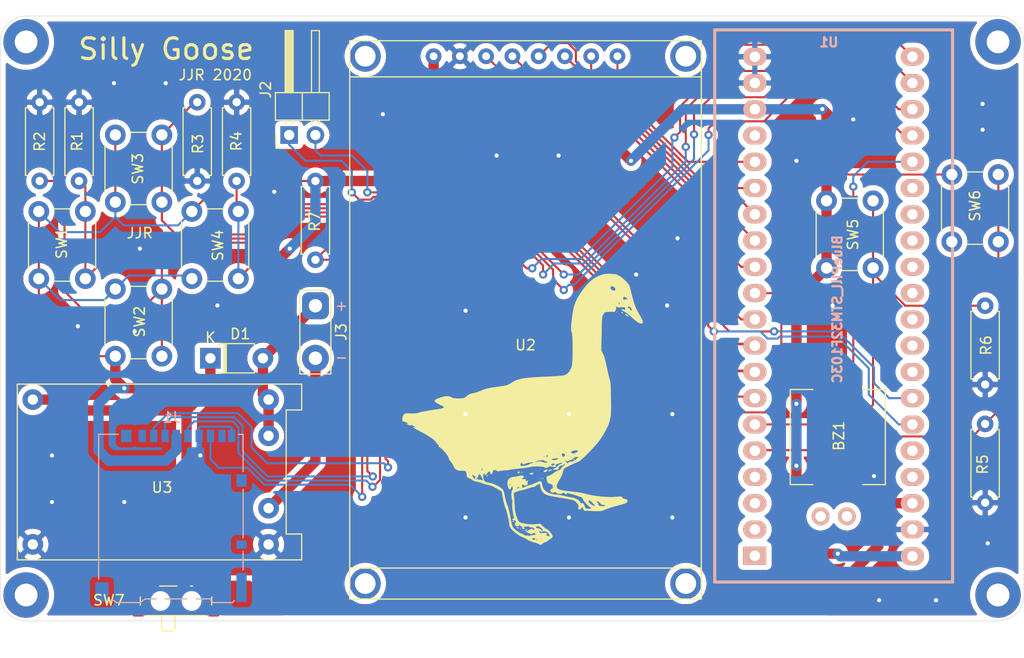
<source format=kicad_pcb>
(kicad_pcb (version 20171130) (host pcbnew "(5.1.6)-1")
  (layers (0 F.Cu signal) (31 B.Cu signal) (34 B.Paste user) (35 F.Paste user) (36 B.SilkS user) (37 F.SilkS user) (38 B.Mask user) (39 F.Mask user) (44 Edge.Cuts user))
  (net 0 "")
  (net 1 GND)
  (net 2 /sw_right)
  (net 3 /sw_up)
  (net 4 +3V3)
  (net 5 "Net-(U1-Pad42)")
  (net 6 "Net-(U1-Pad41)")
  (net 7 "Net-(U1-Pad37)")
  (net 8 "Net-(U1-Pad36)")
  (net 9 "Net-(U1-Pad33)")
  (net 10 "Net-(U1-Pad32)")
  (net 11 "Net-(U1-Pad31)")
  (net 12 "Net-(U1-Pad30)")
  (net 13 "Net-(U1-Pad29)")
  (net 14 "Net-(U1-Pad28)")
  (net 15 "Net-(U1-Pad27)")
  (net 16 "Net-(U1-Pad26)")
  (net 17 "Net-(U1-Pad17)")
  (net 18 "Net-(U1-Pad4)")
  (net 19 "Net-(U1-Pad3)")
  (net 20 "Net-(U1-Pad2)")
  (net 21 "Net-(U1-Pad1)")
  (net 22 /sw_left)
  (net 23 /sw_down)
  (net 24 /tft_cs)
  (net 25 /tft_reset)
  (net 26 /tft_a0)
  (net 27 /tft_sda)
  (net 28 /tft_sck)
  (net 29 /sw_b)
  (net 30 /sw_a)
  (net 31 "Net-(BZ1-Pad1)")
  (net 32 "Net-(D1-Pad2)")
  (net 33 +BATT)
  (net 34 /SD_MISO)
  (net 35 /SD_CLK)
  (net 36 /SD_MOSI)
  (net 37 "Net-(J1-Pad1)")
  (net 38 "Net-(J1-Pad8)")
  (net 39 "Net-(J2-Pad2)")
  (net 40 "Net-(J2-Pad1)")
  (net 41 "Net-(J3-Pad2)")
  (net 42 /tft_led)
  (net 43 /SD_CS)
  (net 44 "Net-(SW7-Pad1)")
  (net 45 "Net-(D1-Pad1)")
  (module tetris:goose (layer F.Cu) (at 91.84 85.68)
    (fp_text reference G*** hide)
    (fp_text value LOGO hide)
  )
  (module Button_Switch_SMD:SW_SPDT_PCM12 (layer F.Cu) (at 57.64 104.43)
    (fp_text reference SW7 (at -6.5 0.25) (layer F.SilkS))
    (fp_text value SW_SPDT)
    (pad "" smd rect (at -3.65 -0.78) (size 1 0.8) (layers F.Cu F.Paste F.Mask))
    (pad "" smd rect (at 3.65 -0.78) (size 1 0.8) (layers F.Cu F.Paste F.Mask))
    (pad "" smd rect (at 3.65 1.43) (size 1 0.8) (layers F.Cu F.Paste F.Mask))
    (pad "" smd rect (at -3.65 1.43) (size 1 0.8) (layers F.Cu F.Paste F.Mask))
    (pad 3 smd rect (at 2.25 -1.43) (size 0.7 1.5) (layers F.Cu F.Paste F.Mask) (net 33 +BATT))
    (pad 2 smd rect (at 0.75 -1.43) (size 0.7 1.5) (layers F.Cu F.Paste F.Mask) (net 45 "Net-(D1-Pad1)"))
    (pad 1 smd rect (at -2.25 -1.43) (size 0.7 1.5) (layers F.Cu F.Paste F.Mask) (net 44 "Net-(SW7-Pad1)"))
    (pad "" np_thru_hole circle (at 1.5 0.33) (size 0.9 0.9) (drill 0.9) (layers *.Cu *.Mask))
    (pad "" np_thru_hole circle (at -1.5 0.33) (size 0.9 0.9) (drill 0.9) (layers *.Cu *.Mask))
  )
  (module tetris:st7735s (layer F.Cu) (at 91.44 52.07 180)
    (fp_text reference U2 (at 0 -27.94) (layer F.SilkS))
    (fp_text value ST7735S)
    (pad MOUNT thru_hole circle (at 15.5 -51) (size 3 3) (drill 2) (layers *.Cu *.Mask))
    (pad MOUNT thru_hole circle (at -15.5 -51 180) (size 3 3) (drill 2) (layers *.Cu *.Mask))
    (pad MOUNT thru_hole circle (at 15.5 0) (size 3 3) (drill 2) (layers *.Cu *.Mask))
    (pad MOUNT thru_hole circle (at -15.5 0 180) (size 3 3) (drill 2) (layers *.Cu *.Mask))
    (pad 1 thru_hole circle (at 8.89 0 180) (size 1.524 1.524) (drill 0.762) (layers *.Cu *.Mask) (net 4 +3V3))
    (pad 2 thru_hole circle (at 6.35 0 180) (size 1.524 1.524) (drill 0.762) (layers *.Cu *.Mask) (net 1 GND))
    (pad 3 thru_hole circle (at 3.81 0 180) (size 1.524 1.524) (drill 0.762) (layers *.Cu *.Mask) (net 28 /tft_sck))
    (pad 4 thru_hole circle (at 1.27 0 180) (size 1.524 1.524) (drill 0.762) (layers *.Cu *.Mask) (net 27 /tft_sda))
    (pad 5 thru_hole circle (at -1.27 0 180) (size 1.524 1.524) (drill 0.762) (layers *.Cu *.Mask) (net 25 /tft_reset))
    (pad 6 thru_hole circle (at -3.81 0 180) (size 1.524 1.524) (drill 0.762) (layers *.Cu *.Mask) (net 26 /tft_a0))
    (pad 7 thru_hole circle (at -6.35 0 180) (size 1.524 1.524) (drill 0.762) (layers *.Cu *.Mask) (net 24 /tft_cs))
    (pad 8 thru_hole circle (at -8.89 0 180) (size 1.524 1.524) (drill 0.762) (layers *.Cu *.Mask) (net 42 /tft_led))
  )
  (module MountingHole:MountingHole_2.2mm_M2_Pad (layer F.Cu) (at 43.14 50.68)
    (fp_text reference " " (at 0 -3.2) (layer F.SilkS))
    (fp_text value MountingHole_2.2mm_M2_Pad)
    (pad 1 thru_hole circle (at 0 0) (size 4.4 4.4) (drill 2.2) (layers *.Cu *.Mask))
  )
  (module MountingHole:MountingHole_2.2mm_M2_Pad (layer F.Cu) (at 137.14 50.68)
    (fp_text reference " " (at -0.94774 3.90714) (layer F.SilkS))
    (fp_text value MountingHole_2.2mm_M2_Pad)
    (pad 1 thru_hole circle (at 0 0) (size 4.4 4.4) (drill 2.2) (layers *.Cu *.Mask))
  )
  (module MountingHole:MountingHole_2.2mm_M2_Pad (layer F.Cu) (at 137.14 104.18)
    (fp_text reference " " (at 0 -3.2) (layer F.SilkS))
    (fp_text value MountingHole_2.2mm_M2_Pad)
    (pad 1 thru_hole circle (at 0 0) (size 4.4 4.4) (drill 2.2) (layers *.Cu *.Mask))
  )
  (module MountingHole:MountingHole_2.2mm_M2_Pad (layer F.Cu) (at 43.14 104.18)
    (fp_text reference " " (at 0 -3.2) (layer F.SilkS))
    (fp_text value MountingHole_2.2mm_M2_Pad)
    (pad 1 thru_hole circle (at 0 0) (size 4.4 4.4) (drill 2.2) (layers *.Cu *.Mask))
  )
  (module tetris:charger_module (layer F.Cu) (at 43.79 99.28)
    (fp_text reference U3 (at 12.5 -5.5) (layer F.SilkS))
    (fp_text value charger_module)
    (pad 4 thru_hole circle (at 22.8 -10.5) (size 2 2) (drill 1) (layers *.Cu *.Mask) (net 32 "Net-(D1-Pad2)"))
    (pad 3 thru_hole circle (at 22.8 -14) (size 2 2) (drill 1) (layers *.Cu *.Mask) (net 32 "Net-(D1-Pad2)"))
    (pad 5 thru_hole circle (at 22.8 -3.5) (size 2 2) (drill 1) (layers *.Cu *.Mask) (net 41 "Net-(J3-Pad2)"))
    (pad 6 thru_hole circle (at 22.8 0) (size 2 2) (drill 1) (layers *.Cu *.Mask) (net 1 GND))
    (pad 1 thru_hole circle (at 0 -14) (size 2 2) (drill 1) (layers *.Cu *.Mask) (net 45 "Net-(D1-Pad1)"))
    (pad 2 thru_hole circle (at 0 0) (size 2 2) (drill 1) (layers *.Cu *.Mask) (net 1 GND))
  )
  (module Resistor_THT:R_Axial_DIN0207_L6.3mm_D2.5mm_P7.62mm_Horizontal (layer F.Cu) (at 71.12 71.755 90)
    (fp_text reference R7 (at 3.70078 -0.07366 90) (layer F.SilkS))
    (fp_text value 10k)
    (pad 2 thru_hole oval (at 7.62 0 90) (size 1.6 1.6) (drill 0.8) (layers *.Cu *.Mask) (net 4 +3V3))
    (pad 1 thru_hole circle (at 0 0 90) (size 1.6 1.6) (drill 0.8) (layers *.Cu *.Mask) (net 34 /SD_MISO))
  )
  (module TestPoint:TestPoint_2Pads_Pitch5.08mm_Drill1.3mm (layer F.Cu) (at 71.12 76.2 270)
    (fp_text reference J3 (at 2.54 -2.5 90) (layer F.SilkS))
    (fp_text value Conn_01x02_Male)
    (pad 2 thru_hole circle (at 5.08 0 270) (size 2.6 2.6) (drill 1.3) (layers *.Cu *.Mask) (net 41 "Net-(J3-Pad2)"))
    (pad 1 thru_hole roundrect (at 0 0 270) (size 2.6 2.6) (drill 1.3) (layers *.Cu *.Mask) (net 32 "Net-(D1-Pad2)"))
  )
  (module Connector_PinHeader_2.54mm:PinHeader_1x02_P2.54mm_Horizontal (layer F.Cu) (at 68.58 59.69 90)
    (fp_text reference J2 (at 4.385 -2.27 90) (layer F.SilkS))
    (fp_text value Conn_01x02_Male)
    (pad 2 thru_hole oval (at 0 2.54 90) (size 1.7 1.7) (drill 1) (layers *.Cu *.Mask) (net 39 "Net-(J2-Pad2)"))
    (pad 1 thru_hole rect (at 0 0 90) (size 1.7 1.7) (drill 1) (layers *.Cu *.Mask) (net 40 "Net-(J2-Pad1)"))
  )
  (module Connector_Card:microSD_HC_Hirose_DM3AT-SF-PEJM5 (layer B.Cu) (at 57.15 96.52 180)
    (fp_text reference J1 (at -0.075 9.525) (layer B.SilkS) (effects (justify mirror)))
    (fp_text value Micro_SD_Card)
    (pad 11 smd rect (at 6.675 -7.375 180) (size 1.3 1.9) (layers B.Cu B.Paste B.Mask))
    (pad 11 smd rect (at -6.825 -6.925 180) (size 1 2.8) (layers B.Cu B.Paste B.Mask))
    (pad 10 smd rect (at -6.825 -2.775 180) (size 1 0.8) (layers B.Cu B.Paste B.Mask))
    (pad 11 smd rect (at -6.825 3.425 180) (size 1 1.2) (layers B.Cu B.Paste B.Mask))
    (pad 11 smd rect (at 4.325 7.725 180) (size 1 1.2) (layers B.Cu B.Paste B.Mask))
    (pad 7 smd rect (at -3.825 7.725 180) (size 0.7 1.2) (layers B.Cu B.Paste B.Mask) (net 34 /SD_MISO))
    (pad 6 smd rect (at -2.725 7.725 180) (size 0.7 1.2) (layers B.Cu B.Paste B.Mask) (net 1 GND))
    (pad 5 smd rect (at -1.625 7.725 180) (size 0.7 1.2) (layers B.Cu B.Paste B.Mask) (net 35 /SD_CLK))
    (pad 4 smd rect (at -0.525 7.725 180) (size 0.7 1.2) (layers B.Cu B.Paste B.Mask) (net 4 +3V3))
    (pad 3 smd rect (at 0.575 7.725 180) (size 0.7 1.2) (layers B.Cu B.Paste B.Mask) (net 36 /SD_MOSI))
    (pad 2 smd rect (at 1.675 7.725 180) (size 0.7 1.2) (layers B.Cu B.Paste B.Mask) (net 43 /SD_CS))
    (pad 1 smd rect (at 2.775 7.725 180) (size 0.7 1.2) (layers B.Cu B.Paste B.Mask) (net 37 "Net-(J1-Pad1)"))
    (pad 8 smd rect (at -4.925 7.725 180) (size 0.7 1.2) (layers B.Cu B.Paste B.Mask) (net 38 "Net-(J1-Pad8)"))
    (pad 9 smd rect (at -5.875 7.725 180) (size 0.7 1.2) (layers B.Cu B.Paste B.Mask) (net 1 GND))
  )
  (module Diode_THT:D_T-1_P5.08mm_Horizontal (layer F.Cu) (at 60.96 81.28)
    (fp_text reference D1 (at 2.88544 -2.35204) (layer F.SilkS))
    (fp_text value D_Schottky_Small)
    (fp_text user K (at 0 -2) (layer F.SilkS))
    (pad 2 thru_hole oval (at 5.08 0) (size 2 2) (drill 1) (layers *.Cu *.Mask) (net 32 "Net-(D1-Pad2)"))
    (pad 1 thru_hole rect (at 0 0) (size 2 2) (drill 1) (layers *.Cu *.Mask) (net 45 "Net-(D1-Pad1)"))
  )
  (module Buzzer_Beeper:Buzzer_CUI_CPT-9019S-SMT (layer F.Cu) (at 121.64 88.9 270)
    (fp_text reference BZ1 (at -0.11684 -0.10728 90) (layer F.SilkS))
    (fp_text value Buzzer)
    (pad 2 smd rect (at 4 0 270) (size 2 4.2) (layers F.Cu F.Paste F.Mask) (net 1 GND))
    (pad 1 smd rect (at -4 0 270) (size 2 4.2) (layers F.Cu F.Paste F.Mask) (net 31 "Net-(BZ1-Pad1)"))
  )
  (module bluepill:BluePill_STM32F103C (layer B.Cu) (at 113.62 100.33)
    (fp_text reference U1 (at 7.1628 -49.6062 180) (layer B.SilkS) (effects (font (size 0.889 0.889) (thickness 0.3048)) (justify mirror)))
    (fp_text value BluePill_STM32F103C (at 7.9756 -23.7998 -90) (layer B.SilkS) (effects (font (size 0.889 0.889) (thickness 0.22225)) (justify mirror)))
    (pad 42 thru_hole oval (at 6.36 -3.7592 270) (size 1.7272 1.7272) (drill 1.016) (layers *.Cu *.Mask B.SilkS) (net 5 "Net-(U1-Pad42)"))
    (pad 41 thru_hole oval (at 8.9 -3.7592 270) (size 1.7272 1.7272) (drill 1.016) (layers *.Cu *.Mask B.SilkS) (net 6 "Net-(U1-Pad41)"))
    (pad 40 thru_hole oval (at 15.24 0.1016 270) (size 1.7272 2.25) (drill 1.016) (layers *.Cu *.Mask B.SilkS) (net 4 +3V3))
    (pad 39 thru_hole oval (at 15.24 -2.4892 270) (size 1.7272 2.25) (drill 1.016) (layers *.Cu *.Mask B.SilkS) (net 1 GND))
    (pad 38 thru_hole oval (at 15.24 -5.0292 270) (size 1.7272 2.25) (drill 1.016) (layers *.Cu *.Mask B.SilkS) (net 33 +BATT))
    (pad 37 thru_hole oval (at 15.24 -7.5692 270) (size 1.7272 2.25) (drill 1.016) (layers *.Cu *.Mask B.SilkS) (net 7 "Net-(U1-Pad37)"))
    (pad 36 thru_hole oval (at 15.24 -10.1092 270) (size 1.7272 2.25) (drill 1.016) (layers *.Cu *.Mask B.SilkS) (net 8 "Net-(U1-Pad36)"))
    (pad 35 thru_hole oval (at 15.24 -12.6492 270) (size 1.7272 2.25) (drill 1.016) (layers *.Cu *.Mask B.SilkS) (net 40 "Net-(J2-Pad1)"))
    (pad 34 thru_hole oval (at 15.24 -15.1892 270) (size 1.7272 2.25) (drill 1.016) (layers *.Cu *.Mask B.SilkS) (net 39 "Net-(J2-Pad2)"))
    (pad 33 thru_hole oval (at 15.24 -17.7292 270) (size 1.7272 2.25) (drill 1.016) (layers *.Cu *.Mask B.SilkS) (net 9 "Net-(U1-Pad33)"))
    (pad 32 thru_hole oval (at 15.24 -20.2692 270) (size 1.7272 2.25) (drill 1.016) (layers *.Cu *.Mask B.SilkS) (net 10 "Net-(U1-Pad32)"))
    (pad 31 thru_hole oval (at 15.24 -22.8092 270) (size 1.7272 2.25) (drill 1.016) (layers *.Cu *.Mask B.SilkS) (net 11 "Net-(U1-Pad31)"))
    (pad 30 thru_hole oval (at 15.24 -25.3492 270) (size 1.7272 2.25) (drill 1.016) (layers *.Cu *.Mask B.SilkS) (net 12 "Net-(U1-Pad30)"))
    (pad 29 thru_hole oval (at 15.24 -27.8892 270) (size 1.7272 2.25) (drill 1.016) (layers *.Cu *.Mask B.SilkS) (net 13 "Net-(U1-Pad29)"))
    (pad 28 thru_hole oval (at 15.24 -30.4292 270) (size 1.7272 2.25) (drill 1.016) (layers *.Cu *.Mask B.SilkS) (net 14 "Net-(U1-Pad28)"))
    (pad 27 thru_hole oval (at 15.24 -32.9692 270) (size 1.7272 2.25) (drill 1.016) (layers *.Cu *.Mask B.SilkS) (net 15 "Net-(U1-Pad27)"))
    (pad 26 thru_hole oval (at 15.24 -35.5092 270) (size 1.7272 2.25) (drill 1.016) (layers *.Cu *.Mask B.SilkS) (net 16 "Net-(U1-Pad26)"))
    (pad 25 thru_hole oval (at 15.24 -38.0492 270) (size 1.7272 2.25) (drill 1.016) (layers *.Cu *.Mask B.SilkS) (net 31 "Net-(BZ1-Pad1)"))
    (pad 24 thru_hole oval (at 15.24 -40.5892 270) (size 1.7272 2.25) (drill 1.016) (layers *.Cu *.Mask B.SilkS) (net 36 /SD_MOSI))
    (pad 23 thru_hole oval (at 15.24 -43.1292 270) (size 1.7272 2.25) (drill 1.016) (layers *.Cu *.Mask B.SilkS) (net 34 /SD_MISO))
    (pad 22 thru_hole oval (at 15.24 -45.6692 270) (size 1.7272 2.25) (drill 1.016) (layers *.Cu *.Mask B.SilkS) (net 35 /SD_CLK))
    (pad 21 thru_hole oval (at 15.24 -48.2092 270) (size 1.7272 2.25) (drill 1.016) (layers *.Cu *.Mask B.SilkS) (net 43 /SD_CS))
    (pad 20 thru_hole oval (at 0 -48.2092 90) (size 1.7272 2.25) (drill 1.016) (layers *.Cu *.Mask B.SilkS) (net 1 GND))
    (pad 19 thru_hole oval (at 0 -45.6692 90) (size 1.7272 2.25) (drill 1.016) (layers *.Cu *.Mask B.SilkS) (net 1 GND))
    (pad 18 thru_hole oval (at 0 -43.1292 90) (size 1.7272 2.25) (drill 1.016) (layers *.Cu *.Mask B.SilkS) (net 4 +3V3))
    (pad 17 thru_hole oval (at 0 -40.5892 90) (size 1.7272 2.25) (drill 1.016) (layers *.Cu *.Mask B.SilkS) (net 17 "Net-(U1-Pad17)"))
    (pad 16 thru_hole oval (at 0 -38.0492 90) (size 1.7272 2.25) (drill 1.016) (layers *.Cu *.Mask B.SilkS) (net 42 /tft_led))
    (pad 15 thru_hole oval (at 0 -35.5092 90) (size 1.7272 2.25) (drill 1.016) (layers *.Cu *.Mask B.SilkS) (net 24 /tft_cs))
    (pad 14 thru_hole oval (at 0 -32.9692 90) (size 1.7272 2.25) (drill 1.016) (layers *.Cu *.Mask B.SilkS) (net 25 /tft_reset))
    (pad 13 thru_hole oval (at 0 -30.4292 90) (size 1.7272 2.25) (drill 1.016) (layers *.Cu *.Mask B.SilkS) (net 26 /tft_a0))
    (pad 12 thru_hole oval (at 0 -27.8892 90) (size 1.7272 2.25) (drill 1.016) (layers *.Cu *.Mask B.SilkS) (net 27 /tft_sda))
    (pad 11 thru_hole oval (at 0 -25.3492 90) (size 1.7272 2.25) (drill 1.016) (layers *.Cu *.Mask B.SilkS) (net 2 /sw_right))
    (pad 10 thru_hole oval (at 0 -22.8092 90) (size 1.7272 2.25) (drill 1.016) (layers *.Cu *.Mask B.SilkS) (net 28 /tft_sck))
    (pad 9 thru_hole oval (at 0 -20.2692 90) (size 1.7272 2.25) (drill 1.016) (layers *.Cu *.Mask B.SilkS) (net 3 /sw_up))
    (pad 8 thru_hole oval (at 0 -17.7292 90) (size 1.7272 2.25) (drill 1.016) (layers *.Cu *.Mask B.SilkS) (net 22 /sw_left))
    (pad 7 thru_hole oval (at 0 -15.1892 90) (size 1.7272 2.25) (drill 1.016) (layers *.Cu *.Mask B.SilkS) (net 23 /sw_down))
    (pad 6 thru_hole oval (at 0 -12.6492 90) (size 1.7272 2.25) (drill 1.016) (layers *.Cu *.Mask B.SilkS) (net 29 /sw_b))
    (pad 5 thru_hole oval (at 0 -10.1092 90) (size 1.7272 2.25) (drill 1.016) (layers *.Cu *.Mask B.SilkS) (net 30 /sw_a))
    (pad 4 thru_hole oval (at 0 -7.5692 90) (size 1.7272 2.25) (drill 1.016) (layers *.Cu *.Mask B.SilkS) (net 18 "Net-(U1-Pad4)"))
    (pad 3 thru_hole oval (at 0 -5.0292 90) (size 1.7272 2.25) (drill 1.016) (layers *.Cu *.Mask B.SilkS) (net 19 "Net-(U1-Pad3)"))
    (pad 2 thru_hole oval (at 0 -2.4892 90) (size 1.7272 2.25) (drill 1.016) (layers *.Cu *.Mask B.SilkS) (net 20 "Net-(U1-Pad2)"))
    (pad 1 thru_hole rect (at 0 0.0508 90) (size 1.7272 2.25) (drill 1.016) (layers *.Cu *.Mask B.SilkS) (net 21 "Net-(U1-Pad1)"))
  )
  (module Resistor_THT:R_Axial_DIN0207_L6.3mm_D2.5mm_P7.62mm_Horizontal (layer F.Cu) (at 135.89 76.2 270)
    (fp_text reference R6 (at 3.83 -0.1 90) (layer F.SilkS))
    (fp_text value 10k)
    (pad 1 thru_hole circle (at 0 0 270) (size 1.6 1.6) (drill 0.8) (layers *.Cu *.Mask) (net 29 /sw_b))
    (pad 2 thru_hole oval (at 7.62 0 270) (size 1.6 1.6) (drill 0.8) (layers *.Cu *.Mask) (net 1 GND))
  )
  (module Resistor_THT:R_Axial_DIN0207_L6.3mm_D2.5mm_P7.62mm_Horizontal (layer F.Cu) (at 135.89 87.63 270)
    (fp_text reference R5 (at 3.91668 0.24384 90) (layer F.SilkS))
    (fp_text value 10k)
    (pad 1 thru_hole circle (at 0 0 270) (size 1.6 1.6) (drill 0.8) (layers *.Cu *.Mask) (net 30 /sw_a))
    (pad 2 thru_hole oval (at 7.62 0 270) (size 1.6 1.6) (drill 0.8) (layers *.Cu *.Mask) (net 1 GND))
  )
  (module Button_Switch_THT:SW_PUSH_6mm (layer F.Cu) (at 132.67 70.01 90)
    (fp_text reference SW6 (at 3.47978 2.23448 90) (layer F.SilkS))
    (fp_text value SW_Push)
    (pad 1 thru_hole circle (at 6.5 0 180) (size 2 2) (drill 1.1) (layers *.Cu *.Mask) (net 4 +3V3))
    (pad 2 thru_hole circle (at 6.5 4.5 180) (size 2 2) (drill 1.1) (layers *.Cu *.Mask) (net 30 /sw_a))
    (pad 1 thru_hole circle (at 0 0 180) (size 2 2) (drill 1.1) (layers *.Cu *.Mask) (net 4 +3V3))
    (pad 2 thru_hole circle (at 0 4.5 180) (size 2 2) (drill 1.1) (layers *.Cu *.Mask) (net 30 /sw_a))
  )
  (module Button_Switch_THT:SW_PUSH_6mm (layer F.Cu) (at 120.55 72.55 90)
    (fp_text reference SW5 (at 3.23086 2.55618 90) (layer F.SilkS))
    (fp_text value SW_Push)
    (pad 1 thru_hole circle (at 6.5 0 180) (size 2 2) (drill 1.1) (layers *.Cu *.Mask) (net 4 +3V3))
    (pad 2 thru_hole circle (at 6.5 4.5 180) (size 2 2) (drill 1.1) (layers *.Cu *.Mask) (net 29 /sw_b))
    (pad 1 thru_hole circle (at 0 0 180) (size 2 2) (drill 1.1) (layers *.Cu *.Mask) (net 4 +3V3))
    (pad 2 thru_hole circle (at 0 4.5 180) (size 2 2) (drill 1.1) (layers *.Cu *.Mask) (net 29 /sw_b))
  )
  (module Button_Switch_THT:SW_PUSH_6mm (layer F.Cu) (at 59.17 73.58 90)
    (fp_text reference SW4 (at 3.21692 2.5139 90) (layer F.SilkS))
    (fp_text value SW_Push)
    (pad 2 thru_hole circle (at 0 4.5 180) (size 2 2) (drill 1.1) (layers *.Cu *.Mask) (net 2 /sw_right))
    (pad 1 thru_hole circle (at 0 0 180) (size 2 2) (drill 1.1) (layers *.Cu *.Mask) (net 4 +3V3))
    (pad 2 thru_hole circle (at 6.5 4.5 180) (size 2 2) (drill 1.1) (layers *.Cu *.Mask) (net 2 /sw_right))
    (pad 1 thru_hole circle (at 6.5 0 180) (size 2 2) (drill 1.1) (layers *.Cu *.Mask) (net 4 +3V3))
  )
  (module Button_Switch_THT:SW_PUSH_6mm (layer F.Cu) (at 51.77 66.18 90)
    (fp_text reference SW3 (at 3.2261 2.17452 90) (layer F.SilkS))
    (fp_text value SW_Push)
    (pad 2 thru_hole circle (at 0 4.5 180) (size 2 2) (drill 1.1) (layers *.Cu *.Mask) (net 3 /sw_up))
    (pad 1 thru_hole circle (at 0 0 180) (size 2 2) (drill 1.1) (layers *.Cu *.Mask) (net 4 +3V3))
    (pad 2 thru_hole circle (at 6.5 4.5 180) (size 2 2) (drill 1.1) (layers *.Cu *.Mask) (net 3 /sw_up))
    (pad 1 thru_hole circle (at 6.5 0 180) (size 2 2) (drill 1.1) (layers *.Cu *.Mask) (net 4 +3V3))
  )
  (module Button_Switch_THT:SW_PUSH_6mm (layer F.Cu) (at 51.77 81.08 90)
    (fp_text reference SW2 (at 3.3433 2.34216 90) (layer F.SilkS))
    (fp_text value SW_Push)
    (pad 2 thru_hole circle (at 0 4.5 180) (size 2 2) (drill 1.1) (layers *.Cu *.Mask) (net 23 /sw_down))
    (pad 1 thru_hole circle (at 0 0 180) (size 2 2) (drill 1.1) (layers *.Cu *.Mask) (net 4 +3V3))
    (pad 2 thru_hole circle (at 6.5 4.5 180) (size 2 2) (drill 1.1) (layers *.Cu *.Mask) (net 23 /sw_down))
    (pad 1 thru_hole circle (at 6.5 0 180) (size 2 2) (drill 1.1) (layers *.Cu *.Mask) (net 4 +3V3))
  )
  (module Button_Switch_THT:SW_PUSH_6mm (layer F.Cu) (at 44.37 73.58 90)
    (fp_text reference SW1 (at 3.4252 2.20852 90) (layer F.SilkS))
    (fp_text value SW_Push)
    (pad 2 thru_hole circle (at 0 4.5 180) (size 2 2) (drill 1.1) (layers *.Cu *.Mask) (net 22 /sw_left))
    (pad 1 thru_hole circle (at 0 0 180) (size 2 2) (drill 1.1) (layers *.Cu *.Mask) (net 4 +3V3))
    (pad 2 thru_hole circle (at 6.5 4.5 180) (size 2 2) (drill 1.1) (layers *.Cu *.Mask) (net 22 /sw_left))
    (pad 1 thru_hole circle (at 6.5 0 180) (size 2 2) (drill 1.1) (layers *.Cu *.Mask) (net 4 +3V3))
  )
  (module Resistor_THT:R_Axial_DIN0207_L6.3mm_D2.5mm_P7.62mm_Horizontal (layer F.Cu) (at 59.69 56.515 270)
    (fp_text reference R4 (at 3.7719 -3.79222 90) (layer F.SilkS))
    (fp_text value 10k)
    (pad 1 thru_hole circle (at 0 0 270) (size 1.6 1.6) (drill 0.8) (layers *.Cu *.Mask) (net 3 /sw_up))
    (pad 2 thru_hole oval (at 7.62 0 270) (size 1.6 1.6) (drill 0.8) (layers *.Cu *.Mask) (net 1 GND))
  )
  (module Resistor_THT:R_Axial_DIN0207_L6.3mm_D2.5mm_P7.62mm_Horizontal (layer F.Cu) (at 63.5 64.135 90)
    (fp_text reference R3 (at 3.58648 -3.73888 90) (layer F.SilkS))
    (fp_text value 10k)
    (pad 1 thru_hole circle (at 0 0 90) (size 1.6 1.6) (drill 0.8) (layers *.Cu *.Mask) (net 2 /sw_right))
    (pad 2 thru_hole oval (at 7.62 0 90) (size 1.6 1.6) (drill 0.8) (layers *.Cu *.Mask) (net 1 GND))
  )
  (module Resistor_THT:R_Axial_DIN0207_L6.3mm_D2.5mm_P7.62mm_Horizontal (layer F.Cu) (at 44.45 64.135 90)
    (fp_text reference R2 (at 3.81 0 90) (layer F.SilkS))
    (fp_text value 10k)
    (pad 2 thru_hole oval (at 7.62 0 90) (size 1.6 1.6) (drill 0.8) (layers *.Cu *.Mask) (net 1 GND))
    (pad 1 thru_hole circle (at 0 0 90) (size 1.6 1.6) (drill 0.8) (layers *.Cu *.Mask) (net 23 /sw_down))
  )
  (module Resistor_THT:R_Axial_DIN0207_L6.3mm_D2.5mm_P7.62mm_Horizontal (layer F.Cu) (at 48.26 64.135 90)
    (fp_text reference R1 (at 3.83032 -0.1905 90) (layer F.SilkS))
    (fp_text value 10k)
    (pad 1 thru_hole circle (at 0 0 90) (size 1.6 1.6) (drill 0.8) (layers *.Cu *.Mask) (net 22 /sw_left))
    (pad 2 thru_hole oval (at 7.62 0 90) (size 1.6 1.6) (drill 0.8) (layers *.Cu *.Mask) (net 1 GND))
  )
  (gr_text JJR (at 54.14 69.18) (layer F.SilkS) (effects (font (size 1 1))))
  (gr_text "JJR 2020" (at 61.44 53.88) (layer F.SilkS) (effects (font (size 1 1))))
  (gr_text "Silly Goose" (at 56.69 51.38) (layer F.SilkS) (effects (font (size 2 2) (thickness 0.3))))
  (gr_text - (at 73.64 81.18) (layer B.SilkS) (effects (font (size 1 1)) (justify mirror)))
  (gr_text + (at 73.64 76.18) (layer B.SilkS) (effects (font (size 1 1)) (justify mirror)))
  (gr_arc (start 43.14 104.18) (end 40.64 104.18) (angle -90) (layer Edge.Cuts) (width 0.05))
  (gr_arc (start 137.14 104.18) (end 137.14 106.68) (angle -90) (layer Edge.Cuts) (width 0.05))
  (gr_arc (start 137.14 50.68) (end 139.64 50.68) (angle -90) (layer Edge.Cuts) (width 0.05))
  (gr_arc (start 43.14 50.68) (end 43.14 48.18) (angle -90) (layer Edge.Cuts) (width 0.05))
  (gr_line (start 40.64 104.18) (end 40.64 50.68) (layer Edge.Cuts) (width 0.05))
  (gr_line (start 137.14 106.68) (end 43.14 106.68) (layer Edge.Cuts) (width 0.05))
  (gr_line (start 139.64 50.68) (end 139.64 104.18) (layer Edge.Cuts) (width 0.05))
  (gr_line (start 43.14 48.18) (end 137.14 48.18) (layer Edge.Cuts) (width 0.05))
  (via (at 125.14 92.68) (size 0.8) (drill 0.4) (layers F.Cu B.Cu) (net 1))
  (segment (start 121.64 92.9) (end 124.92 92.9) (width 1) (layer F.Cu) (net 1))
  (segment (start 124.92 92.9) (end 125.14 92.68) (width 1) (layer F.Cu) (net 1))
  (via (at 59.99 90.68) (size 0.8) (drill 0.4) (layers F.Cu B.Cu) (net 1))
  (segment (start 59.875 88.795) (end 59.875 90.565) (width 0.2) (layer B.Cu) (net 1))
  (segment (start 59.875 90.565) (end 59.99 90.68) (width 0.2) (layer B.Cu) (net 1))
  (segment (start 59.875 87.995) (end 59.875 88.795) (width 0.2) (layer B.Cu) (net 1))
  (segment (start 59.975001 87.894999) (end 59.875 87.995) (width 0.2) (layer B.Cu) (net 1))
  (segment (start 62.924999 87.894999) (end 59.975001 87.894999) (width 0.2) (layer B.Cu) (net 1))
  (segment (start 63.025 87.995) (end 62.924999 87.894999) (width 0.2) (layer B.Cu) (net 1))
  (segment (start 63.025 88.795) (end 63.025 87.995) (width 0.2) (layer B.Cu) (net 1))
  (via (at 125.64 104.68) (size 0.8) (drill 0.4) (layers F.Cu B.Cu) (net 1))
  (via (at 131.14 104.68) (size 0.8) (drill 0.4) (layers F.Cu B.Cu) (net 1))
  (via (at 136.14 99.18) (size 0.8) (drill 0.4) (layers F.Cu B.Cu) (net 1))
  (via (at 117.64 62.18) (size 0.8) (drill 0.4) (layers F.Cu B.Cu) (net 1))
  (via (at 123.14 58.18) (size 0.8) (drill 0.4) (layers F.Cu B.Cu) (net 1))
  (via (at 135.64 56.68) (size 0.8) (drill 0.4) (layers F.Cu B.Cu) (net 1))
  (via (at 135.64 59.18) (size 0.8) (drill 0.4) (layers F.Cu B.Cu) (net 1))
  (via (at 85.64 96.68) (size 0.8) (drill 0.4) (layers F.Cu B.Cu) (net 1))
  (via (at 105.64 96.68) (size 0.8) (drill 0.4) (layers F.Cu B.Cu) (net 1))
  (via (at 88.64 61.68) (size 0.8) (drill 0.4) (layers F.Cu B.Cu) (net 1))
  (via (at 94.64 61.68) (size 0.8) (drill 0.4) (layers F.Cu B.Cu) (net 1))
  (via (at 106.14 69.68) (size 0.8) (drill 0.4) (layers F.Cu B.Cu) (net 1))
  (via (at 77.64 57.68) (size 0.8) (drill 0.4) (layers F.Cu B.Cu) (net 1))
  (via (at 51.64 54.68) (size 0.8) (drill 0.4) (layers F.Cu B.Cu) (net 1))
  (via (at 56.64 54.68) (size 0.8) (drill 0.4) (layers F.Cu B.Cu) (net 1))
  (via (at 45.64 90.68) (size 0.8) (drill 0.4) (layers F.Cu B.Cu) (net 1))
  (via (at 45.64 95.18) (size 0.8) (drill 0.4) (layers F.Cu B.Cu) (net 1))
  (via (at 52.64 95.18) (size 0.8) (drill 0.4) (layers F.Cu B.Cu) (net 1))
  (via (at 95.64 96.68) (size 0.8) (drill 0.4) (layers F.Cu B.Cu) (net 1))
  (via (at 105.64 86.68) (size 0.8) (drill 0.4) (layers F.Cu B.Cu) (net 1))
  (via (at 95.64 86.68) (size 0.8) (drill 0.4) (layers F.Cu B.Cu) (net 1))
  (via (at 85.64 86.68) (size 0.8) (drill 0.4) (layers F.Cu B.Cu) (net 1))
  (via (at 85.64 76.68) (size 0.8) (drill 0.4) (layers F.Cu B.Cu) (net 1))
  (via (at 102.14 73.18) (size 0.8) (drill 0.4) (layers F.Cu B.Cu) (net 1))
  (via (at 105.14 76.18) (size 0.8) (drill 0.4) (layers F.Cu B.Cu) (net 1))
  (via (at 121.14 76.18) (size 0.8) (drill 0.4) (layers F.Cu B.Cu) (net 1))
  (via (at 53.64 78.68) (size 0.8) (drill 0.4) (layers F.Cu B.Cu) (net 1))
  (via (at 61.64 76.18) (size 0.8) (drill 0.4) (layers F.Cu B.Cu) (net 1))
  (via (at 54.14 70.68) (size 0.8) (drill 0.4) (layers F.Cu B.Cu) (net 1))
  (via (at 67.14 65.18) (size 0.8) (drill 0.4) (layers F.Cu B.Cu) (net 1))
  (via (at 48.14 78.18) (size 0.8) (drill 0.4) (layers F.Cu B.Cu) (net 1))
  (segment (start 63.5 66.91) (end 63.67 67.08) (width 0.2) (layer F.Cu) (net 2))
  (segment (start 63.5 64.135) (end 63.5 66.91) (width 0.2) (layer F.Cu) (net 2))
  (segment (start 115.44808 74.9808) (end 113.62 74.9808) (width 0.2) (layer F.Cu) (net 2))
  (segment (start 66.680629 70.569371) (end 66.680629 70.030887) (width 0.2) (layer F.Cu) (net 2))
  (segment (start 63.67 73.58) (end 66.680629 70.569371) (width 0.2) (layer F.Cu) (net 2))
  (segment (start 116.18214 75.71486) (end 115.44808 74.9808) (width 0.2) (layer F.Cu) (net 2))
  (segment (start 111.215776 86.51719) (end 115.25025 86.51719) (width 0.2) (layer F.Cu) (net 2))
  (segment (start 69.132356 67.57916) (end 92.277746 67.57916) (width 0.2) (layer F.Cu) (net 2))
  (segment (start 66.680629 70.030887) (end 69.132356 67.57916) (width 0.2) (layer F.Cu) (net 2))
  (segment (start 116.18214 85.5853) (end 116.18214 75.71486) (width 0.2) (layer F.Cu) (net 2))
  (segment (start 115.25025 86.51719) (end 116.18214 85.5853) (width 0.2) (layer F.Cu) (net 2))
  (segment (start 92.277746 67.57916) (end 111.215776 86.51719) (width 0.2) (layer F.Cu) (net 2))
  (segment (start 63.67 67.08) (end 63.67 73.58) (width 0.2) (layer B.Cu) (net 2))
  (segment (start 56.27 59.68) (end 56.27 66.18) (width 0.2) (layer F.Cu) (net 3))
  (segment (start 56.27 66.18) (end 56.27 67.94384) (width 0.2) (layer F.Cu) (net 3))
  (segment (start 56.27 67.94384) (end 57.63137 69.30521) (width 0.2) (layer F.Cu) (net 3))
  (segment (start 65.709212 69.30521) (end 68.635291 66.37913) (width 0.2) (layer F.Cu) (net 3))
  (segment (start 57.63137 69.30521) (end 65.709212 69.30521) (width 0.2) (layer F.Cu) (net 3))
  (segment (start 68.635291 66.37913) (end 77.325809 66.37913) (width 0.2) (layer F.Cu) (net 3))
  (segment (start 59.435 56.515) (end 59.69 56.515) (width 0.2) (layer F.Cu) (net 3))
  (segment (start 56.27 59.68) (end 59.435 56.515) (width 0.2) (layer F.Cu) (net 3))
  (segment (start 92.54359 66.37913) (end 92.774811 66.37913) (width 0.2) (layer F.Cu) (net 3))
  (segment (start 92.54359 66.37913) (end 92.77481 66.37913) (width 0.2) (layer F.Cu) (net 3))
  (segment (start 92.774811 66.37913) (end 106.299001 79.90332) (width 0.2) (layer F.Cu) (net 3))
  (segment (start 77.325809 66.37913) (end 92.54359 66.37913) (width 0.2) (layer F.Cu) (net 3))
  (segment (start 106.299001 79.90332) (end 111.20882 79.90332) (width 0.2) (layer F.Cu) (net 3))
  (segment (start 113.46252 79.90332) (end 113.62 80.0608) (width 0.25) (layer F.Cu) (net 3))
  (segment (start 111.20882 79.90332) (end 113.46252 79.90332) (width 0.25) (layer F.Cu) (net 3))
  (segment (start 44.37 67.08) (end 44.37 73.58) (width 0.2) (layer F.Cu) (net 4))
  (segment (start 44.37 73.58) (end 44.37 77.67194) (width 0.2) (layer F.Cu) (net 4))
  (segment (start 47.77806 81.08) (end 51.77 81.08) (width 0.2) (layer F.Cu) (net 4))
  (segment (start 44.37 77.67194) (end 47.77806 81.08) (width 0.2) (layer F.Cu) (net 4))
  (segment (start 51.77 59.68) (end 51.77 66.18) (width 0.2) (layer F.Cu) (net 4))
  (segment (start 44.37 67.08) (end 46.37292 69.08292) (width 0.2) (layer B.Cu) (net 4))
  (segment (start 46.37292 69.08292) (end 50.30724 69.08292) (width 0.2) (layer B.Cu) (net 4))
  (segment (start 51.77 67.62016) (end 51.77 66.18) (width 0.2) (layer B.Cu) (net 4))
  (segment (start 50.30724 69.08292) (end 51.77 67.62016) (width 0.2) (layer B.Cu) (net 4))
  (segment (start 59.17 67.08) (end 57.81986 68.43014) (width 0.2) (layer B.Cu) (net 4))
  (segment (start 52.57998 68.43014) (end 51.77 67.62016) (width 0.2) (layer B.Cu) (net 4))
  (segment (start 57.81986 68.43014) (end 52.57998 68.43014) (width 0.2) (layer B.Cu) (net 4))
  (segment (start 51.77 74.58) (end 50.69864 75.65136) (width 0.2) (layer B.Cu) (net 4))
  (segment (start 46.44136 75.65136) (end 44.37 73.58) (width 0.2) (layer B.Cu) (net 4))
  (segment (start 50.69864 75.65136) (end 46.44136 75.65136) (width 0.2) (layer B.Cu) (net 4))
  (segment (start 53.070001 73.279999) (end 51.77 74.58) (width 0.2) (layer B.Cu) (net 4))
  (segment (start 58.869999 73.279999) (end 53.070001 73.279999) (width 0.2) (layer B.Cu) (net 4))
  (segment (start 59.17 73.58) (end 58.869999 73.279999) (width 0.2) (layer B.Cu) (net 4))
  (segment (start 71.12 64.135) (end 69.095 64.135) (width 0.2) (layer F.Cu) (net 4))
  (segment (start 69.095 64.135) (end 67.14 62.18) (width 0.2) (layer F.Cu) (net 4))
  (segment (start 62.217 62.18) (end 61.14 63.257) (width 0.2) (layer F.Cu) (net 4))
  (segment (start 67.14 62.18) (end 62.217 62.18) (width 0.2) (layer F.Cu) (net 4))
  (segment (start 61.14 65.11) (end 59.17 67.08) (width 0.2) (layer F.Cu) (net 4))
  (segment (start 61.14 63.257) (end 61.14 65.11) (width 0.2) (layer F.Cu) (net 4))
  (via (at 101.64 62.18) (size 0.8) (drill 0.4) (layers F.Cu B.Cu) (net 4))
  (segment (start 113.62 57.2008) (end 106.6192 57.2008) (width 1) (layer B.Cu) (net 4))
  (segment (start 106.6192 57.2008) (end 101.64 62.18) (width 1) (layer B.Cu) (net 4))
  (segment (start 101.64 62.18) (end 96.64 57.18) (width 1) (layer F.Cu) (net 4))
  (segment (start 96.64 57.18) (end 84.64 57.18) (width 1) (layer F.Cu) (net 4))
  (segment (start 82.55 55.09) (end 82.55 52.07) (width 1) (layer F.Cu) (net 4))
  (segment (start 84.64 57.18) (end 82.55 55.09) (width 1) (layer F.Cu) (net 4))
  (segment (start 84.64 57.18) (end 84.64 60.18) (width 1) (layer F.Cu) (net 4))
  (segment (start 80.685 64.135) (end 71.12 64.135) (width 1) (layer F.Cu) (net 4))
  (segment (start 84.64 60.18) (end 80.685 64.135) (width 1) (layer F.Cu) (net 4))
  (segment (start 113.62 57.2008) (end 120.1192 57.2008) (width 1) (layer B.Cu) (net 4))
  (via (at 120.14 57.18) (size 0.8) (drill 0.4) (layers F.Cu B.Cu) (net 4))
  (segment (start 120.1192 57.2008) (end 120.14 57.18) (width 1) (layer B.Cu) (net 4))
  (segment (start 120.14 57.18) (end 120.64 57.68) (width 1) (layer F.Cu) (net 4))
  (segment (start 120.64 57.68) (end 120.55 57.77) (width 1) (layer F.Cu) (net 4))
  (segment (start 120.55 66.05) (end 120.55 72.55) (width 1) (layer F.Cu) (net 4))
  (segment (start 120.55 72.55) (end 117.64 75.46) (width 1) (layer F.Cu) (net 4))
  (segment (start 117.64 75.46) (end 117.64 85.68) (width 1) (layer F.Cu) (net 4))
  (via (at 117.64 85.68) (size 0.8) (drill 0.4) (layers F.Cu B.Cu) (net 4))
  (via (at 117.64 91.68) (size 0.8) (drill 0.4) (layers F.Cu B.Cu) (net 4))
  (segment (start 117.64 85.68) (end 117.64 91.68) (width 1) (layer B.Cu) (net 4))
  (segment (start 117.64 91.68) (end 117.64 97.68) (width 1) (layer F.Cu) (net 4))
  (via (at 121.64 100.18) (size 0.8) (drill 0.4) (layers F.Cu B.Cu) (net 4))
  (segment (start 117.64 97.68) (end 120.14 100.18) (width 1) (layer F.Cu) (net 4))
  (segment (start 120.14 100.18) (end 121.64 100.18) (width 1) (layer F.Cu) (net 4))
  (segment (start 121.8916 100.4316) (end 121.64 100.18) (width 1) (layer B.Cu) (net 4))
  (segment (start 128.86 100.4316) (end 121.8916 100.4316) (width 1) (layer B.Cu) (net 4))
  (segment (start 121.13 63.51) (end 120.55 64.09) (width 0.2) (layer F.Cu) (net 4))
  (segment (start 132.67 63.51) (end 121.13 63.51) (width 0.2) (layer F.Cu) (net 4))
  (segment (start 120.55 57.77) (end 120.55 64.09) (width 1) (layer F.Cu) (net 4))
  (segment (start 120.55 64.09) (end 120.55 66.05) (width 1) (layer F.Cu) (net 4))
  (segment (start 132.67 70.01) (end 132.67 63.51) (width 0.2) (layer F.Cu) (net 4))
  (segment (start 71.12 64.135) (end 71.12 68.2) (width 1) (layer B.Cu) (net 4))
  (via (at 68.64 70.68) (size 0.8) (drill 0.4) (layers F.Cu B.Cu) (net 4))
  (segment (start 71.12 68.2) (end 68.64 70.68) (width 1) (layer B.Cu) (net 4))
  (segment (start 52.64 84.18) (end 51.77 83.31) (width 1) (layer F.Cu) (net 4))
  (segment (start 58.64 78.68) (end 58.64 83.18) (width 1) (layer F.Cu) (net 4))
  (segment (start 58.64 83.18) (end 57.64 84.18) (width 1) (layer F.Cu) (net 4))
  (segment (start 67.14 72.18) (end 67.14 75.68) (width 1) (layer F.Cu) (net 4))
  (segment (start 57.64 84.18) (end 52.64 84.18) (width 1) (layer F.Cu) (net 4))
  (segment (start 67.14 75.68) (end 64.64 78.18) (width 1) (layer F.Cu) (net 4))
  (segment (start 51.77 83.31) (end 51.77 81.08) (width 1) (layer F.Cu) (net 4))
  (segment (start 68.64 70.68) (end 67.14 72.18) (width 1) (layer F.Cu) (net 4))
  (segment (start 64.64 78.18) (end 59.14 78.18) (width 1) (layer F.Cu) (net 4))
  (segment (start 59.14 78.18) (end 58.64 78.68) (width 1) (layer F.Cu) (net 4))
  (via (at 52.64 84.18) (size 0.8) (drill 0.4) (layers F.Cu B.Cu) (net 4))
  (segment (start 57.675 90.145) (end 57.675 88.795) (width 1) (layer B.Cu) (net 4))
  (segment (start 56.64 91.18) (end 57.675 90.145) (width 1) (layer B.Cu) (net 4))
  (segment (start 51.64 84.18) (end 50.14 85.68) (width 1) (layer B.Cu) (net 4))
  (segment (start 50.14 85.68) (end 50.14 90.18) (width 1) (layer B.Cu) (net 4))
  (segment (start 52.64 84.18) (end 51.64 84.18) (width 1) (layer B.Cu) (net 4))
  (segment (start 50.14 90.18) (end 51.14 91.18) (width 1) (layer B.Cu) (net 4))
  (segment (start 51.14 91.18) (end 56.64 91.18) (width 1) (layer B.Cu) (net 4))
  (segment (start 48.26 64.135) (end 48.30064 64.135) (width 0.2) (layer F.Cu) (net 22))
  (segment (start 48.87 64.70436) (end 48.87 67.08) (width 0.2) (layer F.Cu) (net 22))
  (segment (start 48.30064 64.135) (end 48.87 64.70436) (width 0.2) (layer F.Cu) (net 22))
  (segment (start 48.87 67.08) (end 48.87 73.58) (width 0.2) (layer F.Cu) (net 22))
  (segment (start 68.80098 66.77914) (end 92.609122 66.77914) (width 0.2) (layer F.Cu) (net 22))
  (segment (start 52.73802 69.70522) (end 65.8749 69.70522) (width 0.2) (layer F.Cu) (net 22))
  (segment (start 48.87 73.58) (end 49.869999 72.580001) (width 0.2) (layer F.Cu) (net 22))
  (segment (start 49.869999 72.573241) (end 52.73802 69.70522) (width 0.2) (layer F.Cu) (net 22))
  (segment (start 49.869999 72.580001) (end 49.869999 72.573241) (width 0.2) (layer F.Cu) (net 22))
  (segment (start 65.8749 69.70522) (end 68.80098 66.77914) (width 0.2) (layer F.Cu) (net 22))
  (segment (start 92.609122 66.77914) (end 94.901112 69.071129) (width 0.2) (layer F.Cu) (net 22))
  (segment (start 94.901112 69.071129) (end 108.336803 82.50682) (width 0.2) (layer F.Cu) (net 22))
  (segment (start 108.336803 82.50682) (end 110.85068 82.50682) (width 0.2) (layer F.Cu) (net 22))
  (segment (start 113.52602 82.50682) (end 113.62 82.6008) (width 0.25) (layer F.Cu) (net 22))
  (segment (start 110.85068 82.50682) (end 113.52602 82.50682) (width 0.25) (layer F.Cu) (net 22))
  (segment (start 54.12676 76.72324) (end 56.27 74.58) (width 0.2) (layer F.Cu) (net 23))
  (segment (start 46.08576 64.135) (end 46.85284 64.90208) (width 0.2) (layer F.Cu) (net 23))
  (segment (start 44.45 64.135) (end 46.08576 64.135) (width 0.2) (layer F.Cu) (net 23))
  (segment (start 46.85284 74.803) (end 48.77308 76.72324) (width 0.2) (layer F.Cu) (net 23))
  (segment (start 46.85284 64.90208) (end 46.85284 74.803) (width 0.2) (layer F.Cu) (net 23))
  (segment (start 48.77308 76.72324) (end 54.12676 76.72324) (width 0.2) (layer F.Cu) (net 23))
  (segment (start 56.27 74.58) (end 56.27 81.08) (width 0.2) (layer F.Cu) (net 23))
  (segment (start 110.257764 84.99348) (end 113.47268 84.99348) (width 0.2) (layer F.Cu) (net 23))
  (segment (start 92.443434 67.17915) (end 110.257764 84.99348) (width 0.2) (layer F.Cu) (net 23))
  (segment (start 56.27 71.62531) (end 57.79008 70.10523) (width 0.2) (layer F.Cu) (net 23))
  (segment (start 113.47268 84.99348) (end 113.62 85.1408) (width 0.2) (layer F.Cu) (net 23))
  (segment (start 56.27 74.58) (end 56.27 71.62531) (width 0.2) (layer F.Cu) (net 23))
  (segment (start 57.79008 70.10523) (end 66.040589 70.10523) (width 0.2) (layer F.Cu) (net 23))
  (segment (start 66.040589 70.10523) (end 68.966668 67.17915) (width 0.2) (layer F.Cu) (net 23))
  (segment (start 68.966668 67.17915) (end 92.443434 67.17915) (width 0.2) (layer F.Cu) (net 23))
  (segment (start 109.1322 64.8208) (end 97.79 53.4786) (width 0.2) (layer F.Cu) (net 24))
  (segment (start 113.62 64.8208) (end 109.1322 64.8208) (width 0.2) (layer F.Cu) (net 24))
  (segment (start 97.79 53.4786) (end 97.79 52.07) (width 0.2) (layer F.Cu) (net 24))
  (segment (start 96.312001 51.560239) (end 95.551762 50.8) (width 0.2) (layer F.Cu) (net 25))
  (segment (start 113.62 67.3608) (end 111.48001 65.22081) (width 0.2) (layer F.Cu) (net 25))
  (segment (start 96.312001 52.5663) (end 96.312001 51.560239) (width 0.2) (layer F.Cu) (net 25))
  (segment (start 93.98 50.8) (end 92.71 52.07) (width 0.2) (layer F.Cu) (net 25))
  (segment (start 111.48001 65.22081) (end 108.96651 65.22081) (width 0.2) (layer F.Cu) (net 25))
  (segment (start 95.551762 50.8) (end 93.98 50.8) (width 0.2) (layer F.Cu) (net 25))
  (segment (start 108.96651 65.22081) (end 96.312001 52.5663) (width 0.2) (layer F.Cu) (net 25))
  (segment (start 109.340021 65.620821) (end 113.62 69.9008) (width 0.2) (layer F.Cu) (net 26))
  (segment (start 108.800822 65.620821) (end 109.340021 65.620821) (width 0.2) (layer F.Cu) (net 26))
  (segment (start 95.25 52.07) (end 108.800822 65.620821) (width 0.2) (layer F.Cu) (net 26))
  (segment (start 105.479302 62.865) (end 110.49 67.875698) (width 0.2) (layer F.Cu) (net 27))
  (segment (start 105.41 62.865) (end 105.479302 62.865) (width 0.2) (layer F.Cu) (net 27))
  (segment (start 90.17 52.07) (end 93.110009 55.010009) (width 0.2) (layer F.Cu) (net 27))
  (segment (start 110.49 67.875698) (end 110.49 70.6358) (width 0.2) (layer F.Cu) (net 27))
  (segment (start 100.095009 57.550009) (end 105.41 62.865) (width 0.2) (layer F.Cu) (net 27))
  (segment (start 110.49 70.6358) (end 112.295 72.4408) (width 0.2) (layer F.Cu) (net 27))
  (segment (start 93.110009 55.010009) (end 96.354309 55.010009) (width 0.2) (layer F.Cu) (net 27))
  (segment (start 98.894309 57.550009) (end 100.095009 57.550009) (width 0.2) (layer F.Cu) (net 27))
  (segment (start 112.295 72.4408) (end 113.62 72.4408) (width 0.2) (layer F.Cu) (net 27))
  (segment (start 96.354309 55.010009) (end 98.894309 57.550009) (width 0.2) (layer F.Cu) (net 27))
  (segment (start 99.86002 57.95002) (end 109.22 67.31) (width 0.2) (layer F.Cu) (net 28))
  (segment (start 109.22 67.31) (end 109.22 74.4458) (width 0.2) (layer F.Cu) (net 28))
  (segment (start 98.72862 57.95002) (end 99.86002 57.95002) (width 0.2) (layer F.Cu) (net 28))
  (segment (start 87.63 52.07) (end 90.97002 55.41002) (width 0.2) (layer F.Cu) (net 28))
  (segment (start 112.295 77.5208) (end 113.62 77.5208) (width 0.2) (layer F.Cu) (net 28))
  (segment (start 90.97002 55.41002) (end 96.18862 55.41002) (width 0.2) (layer F.Cu) (net 28))
  (segment (start 96.18862 55.41002) (end 98.72862 57.95002) (width 0.2) (layer F.Cu) (net 28))
  (segment (start 109.22 74.4458) (end 112.295 77.5208) (width 0.2) (layer F.Cu) (net 28))
  (segment (start 125.05 73.077793) (end 125.05 72.55) (width 0.2) (layer F.Cu) (net 29))
  (segment (start 128.172207 76.2) (end 125.05 73.077793) (width 0.2) (layer F.Cu) (net 29))
  (segment (start 135.89 76.2) (end 128.172207 76.2) (width 0.2) (layer F.Cu) (net 29))
  (segment (start 125.05 72.55) (end 125.05 66.05) (width 0.2) (layer F.Cu) (net 29))
  (segment (start 125.05 72.55) (end 125.05 85.77) (width 0.2) (layer F.Cu) (net 29))
  (segment (start 123.1392 87.6808) (end 113.62 87.6808) (width 0.2) (layer F.Cu) (net 29))
  (segment (start 125.05 85.77) (end 123.1392 87.6808) (width 0.2) (layer F.Cu) (net 29))
  (segment (start 137.17 63.51) (end 137.17 70.01) (width 0.2) (layer F.Cu) (net 30))
  (segment (start 137.17 70.01) (end 137.17 72.4) (width 0.2) (layer F.Cu) (net 30))
  (segment (start 137.17 72.4) (end 138.43 73.66) (width 0.2) (layer F.Cu) (net 30))
  (segment (start 138.43 85.09) (end 135.89 87.63) (width 0.2) (layer F.Cu) (net 30))
  (segment (start 138.43 73.66) (end 138.43 85.09) (width 0.2) (layer F.Cu) (net 30))
  (segment (start 134.67559 88.84441) (end 125.67441 88.84441) (width 0.2) (layer F.Cu) (net 30))
  (segment (start 135.89 87.63) (end 134.67559 88.84441) (width 0.2) (layer F.Cu) (net 30))
  (segment (start 125.67441 88.84441) (end 124.34882 90.17) (width 0.2) (layer F.Cu) (net 30))
  (segment (start 113.6708 90.17) (end 113.62 90.2208) (width 0.2) (layer F.Cu) (net 30))
  (segment (start 124.34882 90.17) (end 113.6708 90.17) (width 0.2) (layer F.Cu) (net 30))
  (segment (start 121.64 84.9) (end 123.14 83.4) (width 0.2) (layer F.Cu) (net 31))
  (via (at 123.14 64.68) (size 0.8) (drill 0.4) (layers F.Cu B.Cu) (net 31))
  (segment (start 123.14 83.4) (end 123.14 64.68) (width 0.2) (layer F.Cu) (net 31))
  (segment (start 123.14 64.68) (end 123.14 63.68) (width 0.2) (layer B.Cu) (net 31))
  (segment (start 124.5392 62.2808) (end 128.86 62.2808) (width 0.2) (layer B.Cu) (net 31))
  (segment (start 123.14 63.68) (end 124.5392 62.2808) (width 0.2) (layer B.Cu) (net 31))
  (segment (start 66.04 84.73) (end 66.59 85.28) (width 1) (layer F.Cu) (net 32))
  (segment (start 66.04 81.28) (end 66.04 84.73) (width 1) (layer F.Cu) (net 32))
  (segment (start 66.04 81.28) (end 69.09 78.23) (width 1) (layer F.Cu) (net 32))
  (segment (start 69.09 78.23) (end 71.12 76.2) (width 1) (layer F.Cu) (net 32))
  (segment (start 66.59 85.28) (end 66.59 88.78) (width 1) (layer F.Cu) (net 32))
  (segment (start 60.34 101.78) (end 59.89 102.23) (width 1) (layer F.Cu) (net 33))
  (segment (start 65.24 101.78) (end 60.34 101.78) (width 1) (layer F.Cu) (net 33))
  (segment (start 69.0097 105.5497) (end 65.24 101.78) (width 1) (layer F.Cu) (net 33))
  (segment (start 128.86 95.3008) (end 126.82982 95.3008) (width 1) (layer F.Cu) (net 33))
  (segment (start 59.89 102.23) (end 59.89 103) (width 1) (layer F.Cu) (net 33))
  (segment (start 119.4435 105.5497) (end 69.0097 105.5497) (width 1) (layer F.Cu) (net 33))
  (segment (start 125.56236 96.56826) (end 125.56236 99.43084) (width 1) (layer F.Cu) (net 33))
  (segment (start 126.82982 95.3008) (end 125.56236 96.56826) (width 1) (layer F.Cu) (net 33))
  (segment (start 125.56236 99.43084) (end 119.4435 105.5497) (width 1) (layer F.Cu) (net 33))
  (segment (start 60.96 81.28) (end 60.96 84.02828) (width 1) (layer F.Cu) (net 45))
  (segment (start 58.65828 86.33) (end 46.99 86.33) (width 1) (layer F.Cu) (net 45))
  (segment (start 60.96 84.02828) (end 58.65828 86.33) (width 1) (layer F.Cu) (net 45))
  (segment (start 58.65828 86.33) (end 58.65828 94.30972) (width 1) (layer F.Cu) (net 45))
  (segment (start 127.535 57.2008) (end 126.5047 56.1705) (width 0.2) (layer F.Cu) (net 34))
  (segment (start 128.86 57.2008) (end 127.535 57.2008) (width 0.2) (layer F.Cu) (net 34))
  (segment (start 126.5047 56.1705) (end 126.5047 55.48884) (width 0.2) (layer F.Cu) (net 34))
  (segment (start 126.5047 55.48884) (end 124.91306 53.8972) (width 0.2) (layer F.Cu) (net 34))
  (segment (start 124.91306 53.8972) (end 116.70444 53.8972) (width 0.2) (layer F.Cu) (net 34))
  (segment (start 114.56445 56.03719) (end 110.90119 56.03719) (width 0.2) (layer F.Cu) (net 34))
  (segment (start 116.70444 53.8972) (end 114.56445 56.03719) (width 0.2) (layer F.Cu) (net 34))
  (segment (start 110.90119 56.03719) (end 110.8837 56.0197) (width 0.2) (layer F.Cu) (net 34))
  (segment (start 110.8837 56.0197) (end 109.3851 56.0197) (width 0.2) (layer F.Cu) (net 34))
  (segment (start 109.3851 56.0197) (end 107.73918 57.66562) (width 0.2) (layer F.Cu) (net 34))
  (segment (start 107.73918 57.66562) (end 107.73918 59.63158) (width 0.2) (layer F.Cu) (net 34))
  (via (at 107.73918 59.63158) (size 0.8) (drill 0.4) (layers F.Cu B.Cu) (net 34))
  (segment (start 107.73918 59.63158) (end 107.73918 62.015122) (width 0.2) (layer B.Cu) (net 34))
  (segment (start 107.73918 62.015122) (end 96.574302 73.18) (width 0.2) (layer B.Cu) (net 34))
  (via (at 95.14 73.18) (size 0.8) (drill 0.4) (layers F.Cu B.Cu) (net 34))
  (segment (start 96.574302 73.18) (end 95.14 73.18) (width 0.2) (layer B.Cu) (net 34))
  (segment (start 72.195 70.68) (end 71.12 71.755) (width 0.2) (layer F.Cu) (net 34))
  (segment (start 95.14 73.18) (end 92.64 70.68) (width 0.2) (layer F.Cu) (net 34))
  (segment (start 92.64 70.68) (end 72.195 70.68) (width 0.2) (layer F.Cu) (net 34))
  (segment (start 71.12 71.755) (end 73.715 71.755) (width 0.2) (layer F.Cu) (net 34))
  (via (at 75.64 94.68) (size 0.8) (drill 0.4) (layers F.Cu B.Cu) (net 34))
  (segment (start 73.715 71.755) (end 75.64 73.68) (width 0.2) (layer F.Cu) (net 34))
  (segment (start 75.64 73.68) (end 75.64 94.68) (width 0.2) (layer F.Cu) (net 34))
  (segment (start 75.64 94.68) (end 74.47002 93.51002) (width 0.2) (layer B.Cu) (net 34))
  (segment (start 66.17002 93.51002) (end 64.54 91.88) (width 0.2) (layer B.Cu) (net 34))
  (segment (start 60.975 91.065) (end 60.975 88.795) (width 0.2) (layer B.Cu) (net 34))
  (segment (start 64.54 91.88) (end 61.79 91.88) (width 0.2) (layer B.Cu) (net 34))
  (segment (start 74.47002 93.51002) (end 66.17002 93.51002) (width 0.2) (layer B.Cu) (net 34))
  (segment (start 61.79 91.88) (end 60.975 91.065) (width 0.2) (layer B.Cu) (net 34))
  (via (at 93.14 73.18) (size 0.8) (drill 0.4) (layers F.Cu B.Cu) (net 35))
  (segment (start 93.14 73.18) (end 93.14 72.311396) (width 0.2) (layer F.Cu) (net 35))
  (segment (start 93.14 72.311396) (end 92.308624 71.48002) (width 0.2) (layer F.Cu) (net 35))
  (segment (start 92.308624 71.48002) (end 87.14 71.48002) (width 0.2) (layer F.Cu) (net 35))
  (segment (start 76.905679 71.48002) (end 76.54001 71.845689) (width 0.2) (layer F.Cu) (net 35))
  (segment (start 87.14 71.48002) (end 76.905679 71.48002) (width 0.2) (layer F.Cu) (net 35))
  (segment (start 76.54001 71.845689) (end 76.54001 82.18) (width 0.2) (layer F.Cu) (net 35))
  (segment (start 76.706478 93.709524) (end 76.639087 93.709524) (width 0.2) (layer F.Cu) (net 35))
  (via (at 76.639087 93.709524) (size 0.8) (drill 0.4) (layers F.Cu B.Cu) (net 35))
  (segment (start 77.370001 93.046001) (end 76.706478 93.709524) (width 0.2) (layer F.Cu) (net 35))
  (segment (start 76.54001 82.18) (end 77.370001 83.009991) (width 0.2) (layer F.Cu) (net 35))
  (segment (start 77.370001 83.009991) (end 77.370001 93.046001) (width 0.2) (layer F.Cu) (net 35))
  (via (at 106.94 60.83) (size 0.8) (drill 0.4) (layers F.Cu B.Cu) (net 35))
  (segment (start 94.205698 72.114302) (end 93.14 73.18) (width 0.2) (layer B.Cu) (net 35))
  (segment (start 106.94 60.83) (end 106.94 62.248604) (width 0.2) (layer B.Cu) (net 35))
  (segment (start 97.074302 72.114302) (end 94.205698 72.114302) (width 0.2) (layer B.Cu) (net 35))
  (segment (start 106.94 62.248604) (end 97.074302 72.114302) (width 0.2) (layer B.Cu) (net 35))
  (segment (start 110.64269 53.49719) (end 106.94 57.19988) (width 0.2) (layer F.Cu) (net 35))
  (segment (start 106.94 57.19988) (end 106.94 60.83) (width 0.2) (layer F.Cu) (net 35))
  (segment (start 128.86 54.6608) (end 127.69639 53.49719) (width 0.2) (layer F.Cu) (net 35))
  (segment (start 127.69639 53.49719) (end 110.64269 53.49719) (width 0.2) (layer F.Cu) (net 35))
  (segment (start 76.639087 93.709524) (end 76.039574 93.110011) (width 0.2) (layer B.Cu) (net 35))
  (segment (start 66.335709 93.110011) (end 63.675001 90.449301) (width 0.2) (layer B.Cu) (net 35))
  (segment (start 63.675001 87.954999) (end 63.100013 87.380011) (width 0.2) (layer B.Cu) (net 35))
  (segment (start 63.675001 90.449301) (end 63.675001 87.954999) (width 0.2) (layer B.Cu) (net 35))
  (segment (start 58.775 87.995) (end 58.775 88.795) (width 0.2) (layer B.Cu) (net 35))
  (segment (start 59.389989 87.380011) (end 58.775 87.995) (width 0.2) (layer B.Cu) (net 35))
  (segment (start 76.039574 93.110011) (end 66.335709 93.110011) (width 0.2) (layer B.Cu) (net 35))
  (segment (start 63.100013 87.380011) (end 59.389989 87.380011) (width 0.2) (layer B.Cu) (net 35))
  (segment (start 128.86 59.7408) (end 128.03124 59.7408) (width 0.2) (layer F.Cu) (net 36))
  (segment (start 125.857 57.56656) (end 125.857 55.406838) (width 0.2) (layer F.Cu) (net 36))
  (segment (start 128.03124 59.7408) (end 125.857 57.56656) (width 0.2) (layer F.Cu) (net 36))
  (segment (start 125.857 55.406838) (end 124.747372 54.29721) (width 0.2) (layer F.Cu) (net 36))
  (segment (start 124.747372 54.29721) (end 118.57519 54.29721) (width 0.2) (layer F.Cu) (net 36))
  (segment (start 118.57519 54.29721) (end 116.53266 56.33974) (width 0.2) (layer F.Cu) (net 36))
  (segment (start 114.50799 58.36441) (end 109.82441 58.36441) (width 0.2) (layer F.Cu) (net 36))
  (segment (start 116.53266 56.33974) (end 114.50799 58.36441) (width 0.2) (layer F.Cu) (net 36))
  (via (at 109.14 59.68) (size 0.8) (drill 0.4) (layers F.Cu B.Cu) (net 36))
  (segment (start 109.82441 58.36441) (end 109.14 59.04882) (width 0.2) (layer F.Cu) (net 36))
  (segment (start 109.14 59.04882) (end 109.14 59.68) (width 0.2) (layer F.Cu) (net 36))
  (segment (start 109.14 59.68) (end 109.14 61.18) (width 0.2) (layer B.Cu) (net 36))
  (segment (start 109.14 61.18) (end 96.14 74.18) (width 0.2) (layer B.Cu) (net 36))
  (via (at 95.14 74.68) (size 0.8) (drill 0.4) (layers F.Cu B.Cu) (net 36))
  (segment (start 94.107151 72.712849) (end 92.474312 71.08001) (width 0.2) (layer F.Cu) (net 36))
  (segment (start 94.107151 73.647151) (end 94.107151 72.712849) (width 0.2) (layer F.Cu) (net 36))
  (segment (start 92.474312 71.08001) (end 76.64 71.08001) (width 0.2) (layer F.Cu) (net 36))
  (segment (start 76.64 71.08001) (end 76.64 71.18) (width 0.2) (layer F.Cu) (net 36))
  (segment (start 76.64 71.18) (end 76.04001 71.77999) (width 0.2) (layer F.Cu) (net 36))
  (segment (start 76.04001 71.77999) (end 76.14 71.87998) (width 0.2) (layer F.Cu) (net 36))
  (via (at 76.67 92.71) (size 0.8) (drill 0.4) (layers F.Cu B.Cu) (net 36))
  (segment (start 76.14 92.18) (end 76.67 92.71) (width 0.2) (layer F.Cu) (net 36))
  (segment (start 76.14 71.87998) (end 76.14 92.18) (width 0.2) (layer F.Cu) (net 36))
  (segment (start 95.64 74.18) (end 95.14 74.68) (width 0.2) (layer B.Cu) (net 36))
  (segment (start 96.14 74.18) (end 95.64 74.18) (width 0.2) (layer B.Cu) (net 36))
  (segment (start 95.14 74.68) (end 94.107151 73.647151) (width 0.2) (layer F.Cu) (net 36))
  (segment (start 64.075012 87.78931) (end 63.265702 86.98) (width 0.2) (layer B.Cu) (net 36))
  (segment (start 76.67 92.71) (end 66.501398 92.71) (width 0.2) (layer B.Cu) (net 36))
  (segment (start 66.501398 92.71) (end 64.075012 90.283612) (width 0.2) (layer B.Cu) (net 36))
  (segment (start 64.075012 90.283612) (end 64.075012 87.78931) (width 0.2) (layer B.Cu) (net 36))
  (segment (start 63.265702 86.98) (end 57.19 86.98) (width 0.2) (layer B.Cu) (net 36))
  (segment (start 56.575 87.595) (end 56.575 88.795) (width 0.2) (layer B.Cu) (net 36))
  (segment (start 57.19 86.98) (end 56.575 87.595) (width 0.2) (layer B.Cu) (net 36))
  (segment (start 71.12 59.69) (end 71.12 61.16) (width 0.2) (layer B.Cu) (net 39))
  (segment (start 71.12 61.16) (end 71.64 61.68) (width 0.2) (layer B.Cu) (net 39))
  (segment (start 71.64 61.68) (end 74.64 61.68) (width 0.2) (layer B.Cu) (net 39))
  (via (at 76.14 65.235) (size 0.8) (drill 0.4) (layers F.Cu B.Cu) (net 39))
  (segment (start 74.64 61.68) (end 76.14 63.18) (width 0.2) (layer B.Cu) (net 39))
  (segment (start 76.14 63.18) (end 76.14 65.235) (width 0.2) (layer B.Cu) (net 39))
  (segment (start 76.14 65.235) (end 97.695 65.235) (width 0.2) (layer F.Cu) (net 39))
  (via (at 115.48214 78.68) (size 0.8) (drill 0.4) (layers F.Cu B.Cu) (net 39))
  (segment (start 97.695 65.235) (end 111.14441 78.68441) (width 0.2) (layer F.Cu) (net 39))
  (segment (start 115.47773 78.68441) (end 115.48214 78.68) (width 0.2) (layer F.Cu) (net 39))
  (segment (start 111.14441 78.68441) (end 115.47773 78.68441) (width 0.2) (layer F.Cu) (net 39))
  (segment (start 126.6008 85.1408) (end 128.86 85.1408) (width 0.2) (layer B.Cu) (net 39))
  (segment (start 125.14 83.68) (end 126.6008 85.1408) (width 0.2) (layer B.Cu) (net 39))
  (segment (start 125.14 82.18) (end 125.14 83.68) (width 0.2) (layer B.Cu) (net 39))
  (segment (start 115.48214 78.68) (end 121.64 78.68) (width 0.2) (layer B.Cu) (net 39))
  (segment (start 121.64 78.68) (end 125.14 82.18) (width 0.2) (layer B.Cu) (net 39))
  (segment (start 68.58 59.69) (end 68.58 60.62) (width 0.2) (layer B.Cu) (net 40))
  (segment (start 68.58 60.62) (end 70.14 62.18) (width 0.2) (layer B.Cu) (net 40))
  (segment (start 70.14 62.18) (end 73.64 62.18) (width 0.2) (layer B.Cu) (net 40))
  (segment (start 73.64 62.18) (end 74.64 63.18) (width 0.2) (layer B.Cu) (net 40))
  (via (at 74.64 65.235) (size 0.8) (drill 0.4) (layers F.Cu B.Cu) (net 40))
  (segment (start 74.64 63.18) (end 74.64 65.235) (width 0.2) (layer B.Cu) (net 40))
  (segment (start 127.535 87.6808) (end 124.64 84.7858) (width 0.2) (layer B.Cu) (net 40))
  (segment (start 128.86 87.6808) (end 127.535 87.6808) (width 0.2) (layer B.Cu) (net 40))
  (segment (start 124.64 84.7858) (end 124.64 82.245698) (width 0.2) (layer B.Cu) (net 40))
  (segment (start 124.64 82.245698) (end 121.607151 79.212849) (width 0.2) (layer B.Cu) (net 40))
  (segment (start 121.607151 79.212849) (end 121.574302 79.18) (width 0.2) (layer B.Cu) (net 40))
  (segment (start 114.150603 78.68441) (end 109.64441 78.68441) (width 0.2) (layer B.Cu) (net 40))
  (segment (start 115.818141 79.380001) (end 114.846194 79.380001) (width 0.2) (layer B.Cu) (net 40))
  (segment (start 114.846194 79.380001) (end 114.150603 78.68441) (width 0.2) (layer B.Cu) (net 40))
  (segment (start 121.574302 79.18) (end 116.018142 79.18) (width 0.2) (layer B.Cu) (net 40))
  (segment (start 116.018142 79.18) (end 115.818141 79.380001) (width 0.2) (layer B.Cu) (net 40))
  (via (at 109.64 78.68) (size 0.8) (drill 0.4) (layers F.Cu B.Cu) (net 40))
  (segment (start 109.64441 78.68441) (end 109.64 78.68) (width 0.2) (layer B.Cu) (net 40))
  (segment (start 109.64 78.68) (end 109.107151 78.147151) (width 0.2) (layer F.Cu) (net 40))
  (segment (start 109.107151 78.147151) (end 109.107151 77.212849) (width 0.2) (layer F.Cu) (net 40))
  (segment (start 109.107151 77.212849) (end 97.574302 65.68) (width 0.2) (layer F.Cu) (net 40))
  (segment (start 75.340001 65.935001) (end 74.64 65.235) (width 0.2) (layer F.Cu) (net 40))
  (segment (start 76.731002 65.68) (end 76.476001 65.935001) (width 0.2) (layer F.Cu) (net 40))
  (segment (start 76.476001 65.935001) (end 75.340001 65.935001) (width 0.2) (layer F.Cu) (net 40))
  (segment (start 97.574302 65.68) (end 76.731002 65.68) (width 0.2) (layer F.Cu) (net 40))
  (segment (start 71.12 91.25) (end 66.59 95.78) (width 1) (layer F.Cu) (net 41))
  (segment (start 71.12 81.28) (end 71.12 91.25) (width 1) (layer F.Cu) (net 41))
  (segment (start 100.33 55.4529) (end 107.1579 62.2808) (width 0.2) (layer F.Cu) (net 42))
  (segment (start 107.1579 62.2808) (end 113.62 62.2808) (width 0.2) (layer F.Cu) (net 42))
  (segment (start 100.33 52.07) (end 100.33 55.4529) (width 0.2) (layer F.Cu) (net 42))
  (via (at 78.14 91.83) (size 0.8) (drill 0.4) (layers F.Cu B.Cu) (net 43))
  (segment (start 78.14 91.83) (end 78.14 91.23) (width 0.2) (layer F.Cu) (net 43))
  (segment (start 78.14 91.23) (end 77.89 90.98) (width 0.2) (layer F.Cu) (net 43))
  (segment (start 77.89 90.98) (end 77.89 82.83) (width 0.2) (layer F.Cu) (net 43))
  (segment (start 77.89 82.83) (end 77.04 81.98) (width 0.2) (layer F.Cu) (net 43))
  (segment (start 77.04 81.98) (end 77.04 72.53) (width 0.2) (layer F.Cu) (net 43))
  (segment (start 77.04 72.53) (end 77.34 72.23) (width 0.2) (layer F.Cu) (net 43))
  (segment (start 77.34 72.23) (end 91.19 72.23) (width 0.2) (layer F.Cu) (net 43))
  (via (at 92.09 72.58) (size 0.8) (drill 0.4) (layers F.Cu B.Cu) (net 43))
  (segment (start 91.19 72.23) (end 91.54 72.58) (width 0.2) (layer F.Cu) (net 43))
  (segment (start 91.54 72.58) (end 92.09 72.58) (width 0.2) (layer F.Cu) (net 43))
  (segment (start 92.09 72.58) (end 92.99 71.68) (width 0.2) (layer B.Cu) (net 43))
  (segment (start 92.99 71.68) (end 96.74 71.68) (width 0.2) (layer B.Cu) (net 43))
  (segment (start 96.74 71.68) (end 105.64 62.78) (width 0.2) (layer B.Cu) (net 43))
  (via (at 105.84 59.93) (size 0.8) (drill 0.4) (layers F.Cu B.Cu) (net 43))
  (segment (start 105.64 62.78) (end 105.64 60.13) (width 0.2) (layer B.Cu) (net 43))
  (segment (start 105.64 60.13) (end 105.84 59.93) (width 0.2) (layer B.Cu) (net 43))
  (segment (start 105.84 59.93) (end 106.39 59.38) (width 0.2) (layer F.Cu) (net 43))
  (segment (start 106.39 59.38) (end 106.39 56.93) (width 0.2) (layer F.Cu) (net 43))
  (segment (start 106.39 56.93) (end 110.89 52.43) (width 0.2) (layer F.Cu) (net 43))
  (segment (start 110.89 52.43) (end 110.89 51.23) (width 0.2) (layer F.Cu) (net 43))
  (segment (start 127.69639 50.95719) (end 128.86 52.1208) (width 0.2) (layer F.Cu) (net 43))
  (segment (start 111.16281 50.95719) (end 127.69639 50.95719) (width 0.2) (layer F.Cu) (net 43))
  (segment (start 110.89 51.23) (end 111.16281 50.95719) (width 0.2) (layer F.Cu) (net 43))
  (segment (start 56.890012 86.579988) (end 55.475 87.995) (width 0.2) (layer B.Cu) (net 43))
  (segment (start 77.739988 91.429988) (end 66.455689 91.429988) (width 0.2) (layer B.Cu) (net 43))
  (segment (start 64.940012 87.91431) (end 63.60569 86.579988) (width 0.2) (layer B.Cu) (net 43))
  (segment (start 78.14 91.83) (end 77.739988 91.429988) (width 0.2) (layer B.Cu) (net 43))
  (segment (start 64.940012 89.914311) (end 64.940012 87.91431) (width 0.2) (layer B.Cu) (net 43))
  (segment (start 63.60569 86.579988) (end 56.890012 86.579988) (width 0.2) (layer B.Cu) (net 43))
  (segment (start 66.455689 91.429988) (end 64.940012 89.914311) (width 0.2) (layer B.Cu) (net 43))
  (segment (start 55.475 87.995) (end 55.475 88.795) (width 0.2) (layer B.Cu) (net 43))
  (segment (start 58.39 94.578) (end 58.65828 94.30972) (width 1) (layer F.Cu) (net 45))
  (segment (start 58.39 103) (end 58.39 94.578) (width 1) (layer F.Cu) (net 45))
  (segment (start 45.94 85.28) (end 46.99 86.33) (width 1) (layer F.Cu) (net 45))
  (segment (start 43.79 85.28) (end 45.94 85.28) (width 1) (layer F.Cu) (net 45))
  (zone (net 1) (net_name GND) (layer B.Cu) (connect_pads (clearance 0.508)) (min_thickness 0.254) (fill yes (arc_segments 32) (thermal_gap 0.508) (thermal_bridge_width 0.508))
    (polygon (pts (xy 139.64 106.68) (xy 40.64 106.68) (xy 40.64 48.18) (xy 139.64 48.18)))
  )
  (zone (net 1) (net_name GND) (layer F.Cu) (connect_pads (clearance 0.508)) (min_thickness 0.254) (fill yes (arc_segments 32) (thermal_gap 0.508) (thermal_bridge_width 0.508))
    (polygon (pts (xy 139.64 106.68) (xy 40.64 106.68) (xy 40.64 48.18) (xy 139.64 48.18)))
  )
)
</source>
